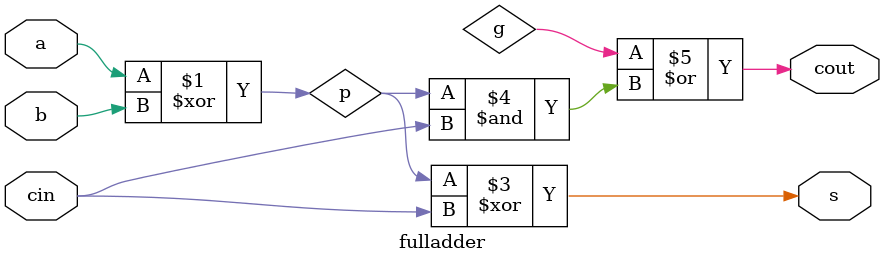
<source format=sv>
/*
 * Project name   :
 * File name      : 4_7exam_p184.sv
 * Created date   : Th06 23 2019
 * Author         : Van-Nam DINH 
 * Last modified  : Th06 23 2019 11:02
 * Desc           :
 */

// example 4.7 FULL ADDER

module fulladder(
    input   logic   a,b,cin,
    output  logic   s,cout);

    logic   p,g;

    assign p = a^b;
    assign q = a&b;

    assign s = p^cin;
    assign cout = g | (p & cin);
endmodule     

</source>
